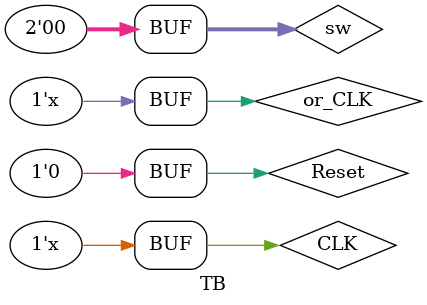
<source format=v>
`timescale 1ns / 1ps

module TB();
  reg CLK,or_CLK,Reset;
  reg [1:0] sw;
  wire [7:0] dispcode;
  initial
    begin
      or_CLK = 1;
      CLK = 0;
      Reset = 1;
      sw = 2'b00;
      #110 Reset = 0;
    end
  always #100   CLK = ~CLK;
  always #1  or_CLK = ~or_CLK;
    CPU1 CPU1_ins(.or_CLK(or_CLK),.CLK(CLK),.Reset(Reset),.sw(sw),.dispcode(dispcode)
    ,.sign_1(sign_1),.sign_2(sign_2),.sign_3(sign_3),.sign_4(sign_4));
    
endmodule

</source>
